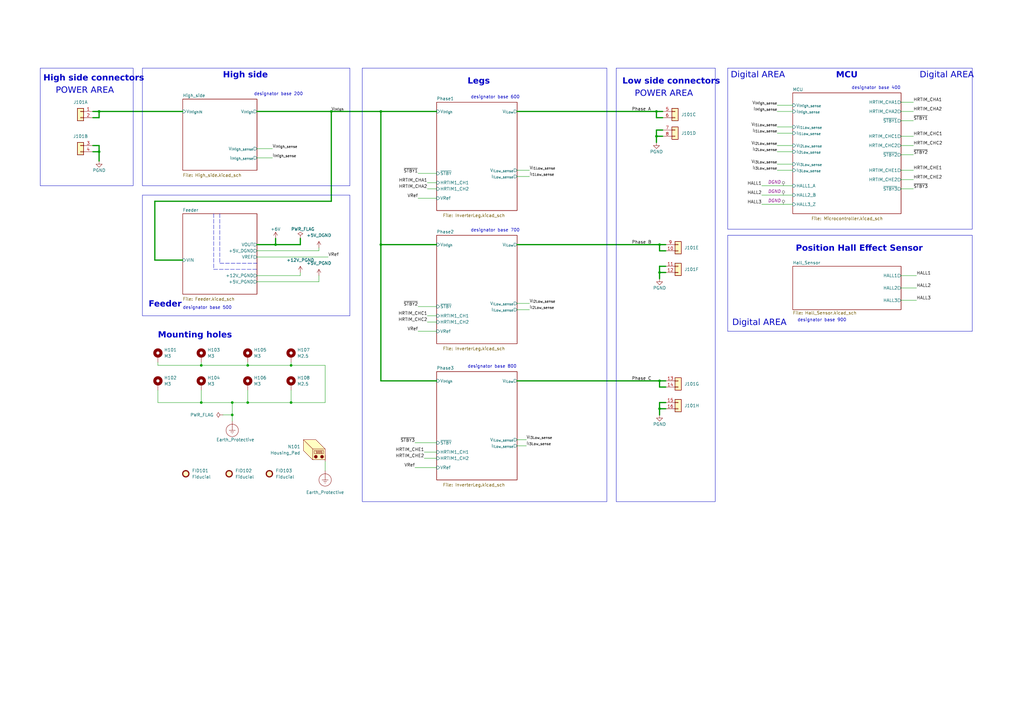
<source format=kicad_sch>
(kicad_sch (version 20231120) (generator "eeschema") (generator_version "8.0")
  (paper "A3")
  (title_block (title "OWNVERTER V0.1") (comment 1 "TWR"))
  (lib_symbols
    (symbol "Mechanical:Fiducial"
      (property "Reference" "FID" (at 0 5.08 0))
      (property "Value" "Fiducial" (at 0 3.175 0))
      (symbol "Fiducial_0_1"
        (circle (center 0 0) (radius 1.27) (stroke (width 0.508)) (fill (type background)))
      )
    )
    (symbol "Mechanical:Housing_Pad" (pin_numbers hide) (pin_names (offset 1.016) hide)
      (property "Reference" "N" (at 4.445 0 0))
      (property "Value" "Housing_Pad" (at 4.445 -1.905 0))
      (symbol "Housing_Pad_0_1"
        (rectangle (start -4.445 -0.635) (end -0.635 -1.905))
        (circle (center -3.81 -3.175) (radius 0.635) (fill (type outline)))
        (circle (center -1.27 -3.175) (radius 0.635) (fill (type outline)))
        (polyline (pts (xy -3.8862 -1.5748) (xy -3.8354 -1.3716)))
        (polyline (pts (xy -3.7846 -1.6764) (xy -3.429 -1.6764)))
        (polyline (pts (xy -3.7846 -1.2192) (xy -3.7338 -0.9652)))
        (polyline (pts (xy -3.683 -1.3208) (xy -3.3782 -1.3208)))
        (polyline (pts (xy -3.5814 -0.9144) (xy -3.2766 -0.9144)))
        (polyline (pts (xy -3.2766 -1.6256) (xy -3.2258 -1.3716)))
        (polyline (pts (xy -3.175 -1.2192) (xy -3.1242 -0.9652)))
        (polyline (pts (xy -2.9718 -1.5748) (xy -2.921 -1.3716)))
        (polyline (pts (xy -2.8702 -1.6764) (xy -2.5146 -1.6764)))
        (polyline (pts (xy -2.8702 -1.2192) (xy -2.8194 -0.9652)))
        (polyline (pts (xy -2.7686 -1.3208) (xy -2.4638 -1.3208)))
        (polyline (pts (xy -2.667 -0.9144) (xy -2.3622 -0.9144)))
        (polyline (pts (xy -2.3622 -1.6256) (xy -2.3114 -1.3716)))
        (polyline (pts (xy -2.2606 -1.2192) (xy -2.2098 -0.9652)))
        (polyline (pts (xy -2.0574 -1.5748) (xy -2.0066 -1.3716)))
        (polyline (pts (xy -1.9558 -1.6764) (xy -1.6002 -1.6764)))
        (polyline (pts (xy -1.9558 -1.2192) (xy -1.905 -0.9652)))
        (polyline (pts (xy -1.8542 -1.3208) (xy -1.5494 -1.3208)))
        (polyline (pts (xy -1.7526 -0.9144) (xy -1.4478 -0.9144)))
        (polyline (pts (xy -1.4478 -1.6256) (xy -1.397 -1.3716)))
        (polyline (pts (xy -1.3462 -1.2192) (xy -1.2954 -0.9652)))
        (polyline (pts (xy 0 0) (xy 0 -4.445)))
        (polyline (pts (xy -5.08 0) (xy 0 0) (xy 3.81 3.81)))
        (polyline (pts (xy -5.08 0) (xy -5.08 -4.445) (xy 0 -4.445) (xy 3.81 -0.635) (xy 3.81 3.81) (xy -1.27 3.81) (xy -5.08 0)) (fill (type background)))
      )
      (symbol "Housing_Pad_1_1"
        (pin input line (at -5.08 -5.08 90) (length 2.54) (name "PAD") (number "1"))
      )
    )
    (symbol "Mechanical:MountingHole_Pad" (pin_numbers hide) (pin_names (offset 1.016) hide)
      (property "Reference" "H" (at 0 6.35 0))
      (property "Value" "MountingHole_Pad" (at 0 4.445 0))
      (symbol "MountingHole_Pad_0_1"
        (circle (center 0 1.27) (radius 1.27) (stroke (width 1.27)))
      )
      (symbol "MountingHole_Pad_1_1"
        (pin input line (at 0 -2.54 90) (length 2.54) (name "1") (number "1"))
      )
    )
    (symbol "Symbols:+12V_PGND" (power) (in_bom no) (on_board no)
      (property "Value" "+12V_PGND" (at -0.127 3.81 0))
      (symbol "+12V_PGND_0_1"
        (polyline (pts (xy -0.762 1.27) (xy 0 2.54)))
        (polyline (pts (xy 0 0) (xy 0 2.54)))
        (polyline (pts (xy 0 2.54) (xy 0.762 1.27)))
      )
      (symbol "+12V_PGND_1_1"
        (pin power_in line (at 0 0 90) (length 0) hide (name "+12V_PGND") (number "1"))
      )
    )
    (symbol "Symbols:+5V_DGND" (power) (in_bom no) (on_board no)
      (property "Value" "+5V_DGND" (at -0.127 3.81 0))
      (symbol "+5V_DGND_0_1"
        (polyline (pts (xy -0.762 1.27) (xy 0 2.54)))
        (polyline (pts (xy 0 0) (xy 0 2.54)))
        (polyline (pts (xy 0 2.54) (xy 0.762 1.27)))
      )
      (symbol "+5V_DGND_1_1"
        (pin power_in line (at 0 0 90) (length 0) hide (name "+5V_DGND") (number "1"))
      )
    )
    (symbol "Symbols:+5V_PGND" (power) (in_bom no) (on_board no)
      (property "Value" "+5V_PGND" (at -0.127 3.81 0))
      (symbol "+5V_PGND_0_1"
        (polyline (pts (xy -0.762 1.27) (xy 0 2.54)))
        (polyline (pts (xy 0 0) (xy 0 2.54)))
        (polyline (pts (xy 0 2.54) (xy 0.762 1.27)))
      )
      (symbol "+5V_PGND_1_1"
        (pin power_in line (at 0 0 90) (length 0) hide (name "+5V_PGND") (number "1"))
      )
    )
    (symbol "Symbols:Harting 15 contacts and WAGO" (pin_names (offset 1.016) hide)
      (property "Reference" "J" (at 0 2.54 0))
      (symbol "Harting 15 contacts and WAGO_1_1"
        (rectangle (start -1.27 -2.413) (end 0 -2.667) (stroke (width 0.1524)))
        (rectangle (start -1.27 0.127) (end 0 -0.127) (stroke (width 0.1524)))
        (rectangle (start -1.27 1.27) (end 1.27 -3.81) (stroke (width 0.254)) (fill (type background)))
        (pin passive line (at -5.08 0 0) (length 3.81) (name "Pin_1") (number "1"))
        (pin passive line (at -5.08 -2.54 0) (length 3.81) (name "Pin_2") (number "2"))
      )
      (symbol "Harting 15 contacts and WAGO_2_1"
        (rectangle (start -1.27 -2.413) (end 0 -2.667) (stroke (width 0.1524)))
        (rectangle (start -1.27 0.127) (end 0 -0.127) (stroke (width 0.1524)))
        (rectangle (start -1.27 1.27) (end 1.27 -3.81) (stroke (width 0.254)) (fill (type background)))
        (pin passive line (at -5.08 0 0) (length 3.81) (name "Pin_1") (number "3"))
        (pin passive line (at -5.08 -2.54 0) (length 3.81) (name "Pin_2") (number "4"))
      )
      (symbol "Harting 15 contacts and WAGO_3_1"
        (rectangle (start -1.27 -2.413) (end 0 -2.667) (stroke (width 0.1524)))
        (rectangle (start -1.27 0.127) (end 0 -0.127) (stroke (width 0.1524)))
        (rectangle (start -1.27 1.27) (end 1.27 -3.81) (stroke (width 0.254)) (fill (type background)))
        (pin passive line (at -5.08 0 0) (length 3.81) (name "Pin_1") (number "5"))
        (pin passive line (at -5.08 -2.54 0) (length 3.81) (name "Pin_2") (number "6"))
      )
      (symbol "Harting 15 contacts and WAGO_4_1"
        (rectangle (start -1.27 -2.413) (end 0 -2.667) (stroke (width 0.1524)))
        (rectangle (start -1.27 0.127) (end 0 -0.127) (stroke (width 0.1524)))
        (rectangle (start -1.27 1.27) (end 1.27 -3.81) (stroke (width 0.254)) (fill (type background)))
        (pin passive line (at -5.08 0 0) (length 3.81) (name "Pin_1") (number "7"))
        (pin passive line (at -5.08 -2.54 0) (length 3.81) (name "Pin_2") (number "8"))
      )
      (symbol "Harting 15 contacts and WAGO_5_1"
        (rectangle (start -1.27 -2.413) (end 0 -2.667) (stroke (width 0.1524)))
        (rectangle (start -1.27 0.127) (end 0 -0.127) (stroke (width 0.1524)))
        (rectangle (start -1.27 1.27) (end 1.27 -3.81) (stroke (width 0.254)) (fill (type background)))
        (pin passive line (at -5.08 -2.54 0) (length 3.81) (name "Pin_2") (number "10"))
        (pin passive line (at -5.08 0 0) (length 3.81) (name "Pin_1") (number "9"))
      )
      (symbol "Harting 15 contacts and WAGO_6_1"
        (rectangle (start -1.27 -2.413) (end 0 -2.667) (stroke (width 0.1524)))
        (rectangle (start -1.27 0.127) (end 0 -0.127) (stroke (width 0.1524)))
        (rectangle (start -1.27 1.27) (end 1.27 -3.81) (stroke (width 0.254)) (fill (type background)))
        (pin passive line (at -5.08 0 0) (length 3.81) (name "Pin_1") (number "11"))
        (pin passive line (at -5.08 -2.54 0) (length 3.81) (name "Pin_2") (number "12"))
      )
      (symbol "Harting 15 contacts and WAGO_7_1"
        (rectangle (start -1.27 -2.413) (end 0 -2.667) (stroke (width 0.1524)))
        (rectangle (start -1.27 0.127) (end 0 -0.127) (stroke (width 0.1524)))
        (rectangle (start -1.27 1.27) (end 1.27 -3.81) (stroke (width 0.254)) (fill (type background)))
        (pin passive line (at -5.08 0 0) (length 3.81) (name "Pin_1") (number "13"))
        (pin passive line (at -5.08 -2.54 0) (length 3.81) (name "Pin_2") (number "14"))
      )
      (symbol "Harting 15 contacts and WAGO_8_1"
        (rectangle (start -1.27 -2.413) (end 0 -2.667) (stroke (width 0.1524)))
        (rectangle (start -1.27 0.127) (end 0 -0.127) (stroke (width 0.1524)))
        (rectangle (start -1.27 1.27) (end 1.27 -3.81) (stroke (width 0.254)) (fill (type background)))
        (pin passive line (at -5.08 0 0) (length 3.81) (name "Pin_1") (number "15"))
        (pin passive line (at -5.08 -2.54 0) (length 3.81) (name "Pin_2") (number "16"))
      )
    )
    (symbol "Symbols:PGND" (power) (pin_names (offset 0))
      (property "Value" "PGND" (at 0 -3.81 0))
      (symbol "PGND_0_1"
        (polyline (pts (xy 0 0) (xy 0 -1.27) (xy 1.27 -1.27) (xy 0 -2.54) (xy -1.27 -1.27) (xy 0 -1.27)))
      )
      (symbol "PGND_1_1"
        (pin power_in line (at 0 0 270) (length 0) hide (name "PGND") (number "1"))
      )
    )
    (symbol "power:+6V" (power) (pin_names (offset 0))
      (property "Value" "+6V" (at 0 3.556 0))
      (symbol "+6V_0_1"
        (polyline (pts (xy -0.762 1.27) (xy 0 2.54)))
        (polyline (pts (xy 0 0) (xy 0 2.54)))
        (polyline (pts (xy 0 2.54) (xy 0.762 1.27)))
      )
      (symbol "+6V_1_1"
        (pin power_in line (at 0 0 90) (length 0) hide (name "+6V") (number "1"))
      )
    )
    (symbol "power:Earth_Protective" (power) (pin_names (offset 0))
      (symbol "Earth_Protective_0_1"
        (circle (center 0 -3.81) (radius 2.54))
        (polyline (pts (xy -0.635 -4.445) (xy 0.635 -4.445)))
        (polyline (pts (xy -0.127 -5.08) (xy 0.127 -5.08)))
        (polyline (pts (xy 0 -3.81) (xy 0 0)))
        (polyline (pts (xy 1.27 -3.81) (xy -1.27 -3.81)))
      )
      (symbol "Earth_Protective_1_1"
        (pin power_in line (at 0 0 270) (length 0) hide (name "Earth_Protective") (number "1"))
      )
    )
    (symbol "power:PWR_FLAG" (power) (pin_numbers hide) (pin_names (offset 0) hide)
      (property "Value" "PWR_FLAG" (at 0 3.81 0))
      (symbol "PWR_FLAG_0_0"
        (pin power_out line (at 0 0 90) (length 0) (name "pwr") (number "1"))
      )
      (symbol "PWR_FLAG_0_1"
        (polyline (pts (xy 0 0) (xy 0 1.27) (xy -1.016 1.905) (xy 0 2.54) (xy 1.016 1.905) (xy 0 1.27)))
      )
    )
  )
  (junction (at 270.51 156.21))
  (junction (at 113.03 100.33))
  (junction (at 269.24 45.72))
  (junction (at 40.64 45.72))
  (junction (at 156.21 45.72))
  (junction (at 95.25 170.18))
  (junction (at 119.38 165.1))
  (junction (at 156.21 100.33))
  (junction (at 82.55 165.1))
  (junction (at 119.38 149.86))
  (junction (at 95.25 165.1))
  (junction (at 101.6 165.1))
  (junction (at 270.51 111.76))
  (junction (at 269.24 55.88))
  (junction (at 82.55 149.86))
  (junction (at 135.89 45.72))
  (junction (at 40.64 62.23))
  (junction (at 270.51 100.33))
  (junction (at 101.6 149.86))
  (junction (at 270.51 167.64))
  (wire (pts (xy 374.65 73.66) (xy 369.57 73.66)))
  (wire (pts (xy 273.05 111.76) (xy 270.51 111.76)) (stroke (width 0.5)))
  (wire (pts (xy 175.26 132.08) (xy 179.07 132.08)))
  (wire (pts (xy 271.78 53.34) (xy 269.24 53.34)) (stroke (width 0.5)))
  (wire (pts (xy 40.64 45.72) (xy 74.93 45.72)) (stroke (width 0.5)))
  (wire (pts (xy 273.05 158.75) (xy 270.51 158.75)) (stroke (width 0.5)))
  (wire (pts (xy 374.65 49.53) (xy 369.57 49.53)))
  (wire (pts (xy 269.24 53.34) (xy 269.24 55.88)) (stroke (width 0.5)))
  (wire (pts (xy 105.41 45.72) (xy 135.89 45.72)) (stroke (width 0.5)))
  (wire (pts (xy 38.1 62.23) (xy 40.64 62.23)) (stroke (width 0.5)))
  (wire (pts (xy 374.65 59.69) (xy 369.57 59.69)))
  (polyline (pts (xy 87.63 87.63) (xy 87.63 110.49)) (stroke (width 0) (type dash)))
  (wire (pts (xy 273.05 165.1) (xy 270.51 165.1)) (stroke (width 0.5)))
  (wire (pts (xy 374.65 69.85) (xy 369.57 69.85)))
  (wire (pts (xy 212.09 69.85) (xy 217.17 69.85)))
  (wire (pts (xy 82.55 148.59) (xy 82.55 149.86)))
  (wire (pts (xy 156.21 156.21) (xy 179.07 156.21)) (stroke (width 0.5)))
  (wire (pts (xy 318.77 45.72) (xy 325.12 45.72)))
  (wire (pts (xy 269.24 45.72) (xy 269.24 48.26)) (stroke (width 0.5)))
  (wire (pts (xy 318.77 69.85) (xy 325.12 69.85)))
  (wire (pts (xy 111.76 64.77) (xy 105.41 64.77)))
  (wire (pts (xy 369.57 113.03) (xy 375.92 113.03)))
  (wire (pts (xy 64.77 149.86) (xy 82.55 149.86)))
  (wire (pts (xy 369.57 123.19) (xy 375.92 123.19)))
  (wire (pts (xy 119.38 148.59) (xy 119.38 149.86)))
  (wire (pts (xy 269.24 58.42) (xy 269.24 55.88)) (stroke (width 0.5)))
  (wire (pts (xy 270.51 114.3) (xy 270.51 111.76)) (stroke (width 0.5)))
  (wire (pts (xy 95.25 165.1) (xy 95.25 170.18)))
  (wire (pts (xy 105.41 115.57) (xy 130.81 115.57)))
  (wire (pts (xy 170.18 191.77) (xy 179.07 191.77)))
  (wire (pts (xy 374.65 77.47) (xy 369.57 77.47)))
  (wire (pts (xy 38.1 48.26) (xy 40.64 48.26)) (stroke (width 0.5)))
  (wire (pts (xy 312.42 83.82) (xy 325.12 83.82)))
  (wire (pts (xy 105.41 102.87) (xy 130.81 102.87)))
  (wire (pts (xy 156.21 45.72) (xy 179.07 45.72)) (stroke (width 0.5)))
  (wire (pts (xy 91.44 170.18) (xy 95.25 170.18)))
  (wire (pts (xy 270.51 165.1) (xy 270.51 167.64)) (stroke (width 0.5)))
  (wire (pts (xy 173.99 187.96) (xy 179.07 187.96)))
  (polyline (pts (xy 90.17 107.95) (xy 105.41 107.95)) (stroke (width 0) (type dash)))
  (wire (pts (xy 156.21 45.72) (xy 156.21 100.33)) (stroke (width 0.5)))
  (wire (pts (xy 105.41 113.03) (xy 123.19 113.03)))
  (wire (pts (xy 374.65 55.88) (xy 369.57 55.88)))
  (wire (pts (xy 123.19 97.79) (xy 123.19 100.33)) (stroke (width 0.5)))
  (wire (pts (xy 269.24 45.72) (xy 271.78 45.72)) (stroke (width 0.5)))
  (wire (pts (xy 270.51 100.33) (xy 270.51 102.87)) (stroke (width 0.5)))
  (wire (pts (xy 171.45 135.89) (xy 179.07 135.89)))
  (wire (pts (xy 212.09 100.33) (xy 270.51 100.33)) (stroke (width 0.5)))
  (wire (pts (xy 135.89 82.55) (xy 135.89 45.72)) (stroke (width 0.5)))
  (wire (pts (xy 270.51 156.21) (xy 270.51 158.75)) (stroke (width 0.5)))
  (wire (pts (xy 101.6 149.86) (xy 119.38 149.86)))
  (wire (pts (xy 212.09 156.21) (xy 270.51 156.21)) (stroke (width 0.5)))
  (wire (pts (xy 369.57 118.11) (xy 375.92 118.11)))
  (wire (pts (xy 119.38 149.86) (xy 133.35 149.86)))
  (wire (pts (xy 173.99 185.42) (xy 179.07 185.42)))
  (wire (pts (xy 270.51 109.22) (xy 270.51 111.76)) (stroke (width 0.5)))
  (wire (pts (xy 38.1 45.72) (xy 40.64 45.72)) (stroke (width 0.5)))
  (wire (pts (xy 156.21 100.33) (xy 179.07 100.33)) (stroke (width 0.5)))
  (wire (pts (xy 312.42 80.01) (xy 325.12 80.01)))
  (wire (pts (xy 64.77 165.1) (xy 82.55 165.1)))
  (wire (pts (xy 270.51 156.21) (xy 273.05 156.21)) (stroke (width 0.5)))
  (wire (pts (xy 38.1 59.69) (xy 40.64 59.69)) (stroke (width 0.5)))
  (wire (pts (xy 119.38 165.1) (xy 133.35 165.1)))
  (wire (pts (xy 63.5 82.55) (xy 135.89 82.55)) (stroke (width 0.5)))
  (wire (pts (xy 212.09 127) (xy 217.17 127)))
  (wire (pts (xy 101.6 148.59) (xy 101.6 149.86)))
  (wire (pts (xy 82.55 149.86) (xy 101.6 149.86)))
  (wire (pts (xy 40.64 48.26) (xy 40.64 45.72)) (stroke (width 0.5)))
  (wire (pts (xy 171.45 81.28) (xy 179.07 81.28)))
  (wire (pts (xy 171.45 71.12) (xy 179.07 71.12)))
  (wire (pts (xy 318.77 59.69) (xy 325.12 59.69)))
  (wire (pts (xy 175.26 74.93) (xy 179.07 74.93)))
  (wire (pts (xy 156.21 100.33) (xy 156.21 156.21)) (stroke (width 0.5)))
  (wire (pts (xy 95.25 170.18) (xy 95.25 172.72)))
  (wire (pts (xy 374.65 45.72) (xy 369.57 45.72)))
  (wire (pts (xy 123.19 111.76) (xy 123.19 113.03)))
  (wire (pts (xy 130.81 101.6) (xy 130.81 102.87)))
  (wire (pts (xy 312.42 76.2) (xy 325.12 76.2)))
  (polyline (pts (xy 87.63 110.49) (xy 105.41 110.49)) (stroke (width 0) (type dash)))
  (wire (pts (xy 212.09 72.39) (xy 217.17 72.39)))
  (polyline (pts (xy 90.17 87.63) (xy 90.17 107.95)) (stroke (width 0) (type dash)))
  (wire (pts (xy 271.78 55.88) (xy 269.24 55.88)) (stroke (width 0.5)))
  (wire (pts (xy 374.65 41.91) (xy 369.57 41.91)))
  (wire (pts (xy 270.51 170.18) (xy 270.51 167.64)) (stroke (width 0.5)))
  (wire (pts (xy 135.89 45.72) (xy 156.21 45.72)) (stroke (width 0.5)))
  (wire (pts (xy 175.26 77.47) (xy 179.07 77.47)))
  (wire (pts (xy 130.81 113.03) (xy 130.81 115.57)))
  (wire (pts (xy 273.05 167.64) (xy 270.51 167.64)) (stroke (width 0.5)))
  (wire (pts (xy 318.77 43.18) (xy 325.12 43.18)))
  (wire (pts (xy 171.45 125.73) (xy 179.07 125.73)))
  (wire (pts (xy 113.03 100.33) (xy 123.19 100.33)) (stroke (width 0.5)))
  (wire (pts (xy 318.77 54.61) (xy 325.12 54.61)))
  (wire (pts (xy 119.38 160.02) (xy 119.38 165.1)))
  (wire (pts (xy 212.09 182.88) (xy 215.9 182.88)))
  (wire (pts (xy 113.03 97.79) (xy 113.03 100.33)) (stroke (width 0.5)))
  (wire (pts (xy 133.35 193.04) (xy 133.35 189.23)))
  (wire (pts (xy 101.6 160.02) (xy 101.6 165.1)))
  (wire (pts (xy 170.18 181.61) (xy 179.07 181.61)))
  (wire (pts (xy 273.05 102.87) (xy 270.51 102.87)) (stroke (width 0.5)))
  (wire (pts (xy 175.26 129.54) (xy 179.07 129.54)))
  (wire (pts (xy 101.6 165.1) (xy 119.38 165.1)))
  (wire (pts (xy 212.09 180.34) (xy 215.9 180.34)))
  (wire (pts (xy 95.25 165.1) (xy 101.6 165.1)))
  (wire (pts (xy 374.65 63.5) (xy 369.57 63.5)))
  (wire (pts (xy 318.77 52.07) (xy 325.12 52.07)))
  (wire (pts (xy 63.5 106.68) (xy 63.5 82.55)) (stroke (width 0.5)))
  (wire (pts (xy 318.77 67.31) (xy 325.12 67.31)))
  (wire (pts (xy 111.76 60.96) (xy 105.41 60.96)))
  (wire (pts (xy 82.55 160.02) (xy 82.55 165.1)))
  (wire (pts (xy 105.41 105.41) (xy 134.62 105.41)))
  (wire (pts (xy 64.77 148.59) (xy 64.77 149.86)))
  (wire (pts (xy 271.78 48.26) (xy 269.24 48.26)) (stroke (width 0.5)))
  (wire (pts (xy 212.09 45.72) (xy 269.24 45.72)) (stroke (width 0.5)))
  (wire (pts (xy 212.09 124.46) (xy 217.17 124.46)))
  (wire (pts (xy 64.77 160.02) (xy 64.77 165.1)))
  (wire (pts (xy 63.5 106.68) (xy 74.93 106.68)) (stroke (width 0.5)))
  (wire (pts (xy 40.64 59.69) (xy 40.64 62.23)) (stroke (width 0.5)))
  (wire (pts (xy 40.64 62.23) (xy 40.64 66.04)) (stroke (width 0.5)))
  (wire (pts (xy 273.05 109.22) (xy 270.51 109.22)) (stroke (width 0.5)))
  (wire (pts (xy 133.35 149.86) (xy 133.35 165.1)))
  (wire (pts (xy 270.51 100.33) (xy 273.05 100.33)) (stroke (width 0.5)))
  (wire (pts (xy 105.41 100.33) (xy 113.03 100.33)) (stroke (width 0.5)))
  (wire (pts (xy 82.55 165.1) (xy 95.25 165.1)))
  (wire (pts (xy 318.77 62.23) (xy 325.12 62.23)))
  (rectangle (start 58.42 27.94) (end 143.51 76.2))
  (rectangle (start 148.59 27.94) (end 248.92 205.74))
  (rectangle (start 16.51 27.94) (end 54.61 76.2))
  (rectangle (start 298.45 27.94) (end 398.78 93.98))
  (rectangle (start 298.45 96.52) (end 398.78 135.89))
  (rectangle (start 58.42 80.01) (end 143.51 129.54))
  (rectangle (start 252.73 27.94) (end 293.37 205.74))
  (text "MCU\n" (at 342.9 33.02 0) (effects (font (size 2.4892 2.4892) (thickness 0.4978) (bold yes)) (justify left bottom)))
  (text "Digital AREA\n" (at 300.355 134.62 0) (effects (font (size 2.54 2.54)) (justify left bottom)))
  (text "High side\n" (at 91.44 33.02 0) (effects (font (size 2.4892 2.4892) (thickness 0.4978) (bold yes)) (justify left bottom)))
  (text "designator base 600" (at 193.04 40.64 0) (effects (font (size 1.27 1.27)) (justify left bottom)))
  (text "designator base 700" (at 193.04 95.25 0) (effects (font (size 1.27 1.27)) (justify left bottom)))
  (text "Legs" (at 191.77 35.56 0) (effects (font (size 2.4892 2.4892) (thickness 0.4978) (bold yes)) (justify left bottom)))
  (text "Feeder" (at 60.96 127 0) (effects (font (size 2.4892 2.4892) (thickness 0.4978) (bold yes)) (justify left bottom)))
  (text "designator base 800" (at 191.77 151.13 0) (effects (font (size 1.27 1.27)) (justify left bottom)))
  (text "POWER AREA\n" (at 260.35 40.64 0) (effects (font (size 2.54 2.54)) (justify left bottom)))
  (text "designator base 200" (at 104.14 39.37 0) (effects (font (size 1.27 1.27)) (justify left bottom)))
  (text "Mounting holes" (at 64.77 139.7 0) (effects (font (size 2.4892 2.4892) (thickness 0.4978) (bold yes)) (justify left bottom)))
  (text "Position Hall Effect Sensor" (at 326.39 104.14 0) (effects (font (size 2.4892 2.4892) (thickness 0.4978) (bold yes)) (justify left bottom)))
  (text "designator base 400" (at 349.25 36.83 0) (effects (font (size 1.27 1.27)) (justify left bottom)))
  (text "designator base 900\n" (at 327.025 132.08 0) (effects (font (size 1.27 1.27)) (justify left bottom)))
  (text "High side connectors" (at 17.78 34.29 0) (effects (font (size 2.4892 2.4892) (thickness 0.4978) (bold yes)) (justify left bottom)))
  (text "Digital AREA\n" (at 377.19 33.02 0) (effects (font (size 2.54 2.54)) (justify left bottom)))
  (text "POWER AREA\n" (at 22.86 39.37 0) (effects (font (size 2.54 2.54)) (justify left bottom)))
  (text "designator base 500" (at 74.93 127 0) (effects (font (size 1.27 1.27)) (justify left bottom)))
  (text "Digital AREA\n" (at 299.72 33.02 0) (effects (font (size 2.54 2.54)) (justify left bottom)))
  (text "Low side connectors" (at 255.27 35.56 0) (effects (font (size 2.4892 2.4892) (thickness 0.4978) (bold yes)) (justify left bottom)))
  (label "HRTIM_CHC1" (at 175.26 129.54 180))
  (label "HRTIM_CHC2" (at 175.26 132.08 180))
  (label "V_{IHigh_sense}" (at 318.77 43.18 180))
  (label "~{STBY2}" (at 171.45 125.73 180))
  (label "V_{I2Low_sense}" (at 318.77 59.69 180))
  (label "V_{I2Low_sense}" (at 217.17 124.46 0))
  (label "HRTIM_CHE1" (at 374.65 69.85 0))
  (label "V_{I1Low_sense}" (at 217.17 69.85 0))
  (label "Phase B" (at 259.08 100.33 0))
  (label "~{STBY2}" (at 374.65 63.5 0))
  (label "VRef" (at 171.45 81.28 180))
  (label "HALL2" (at 312.42 80.01 180))
  (label "~{STBY3}" (at 374.65 77.47 0))
  (label "HALL3" (at 312.42 83.82 180))
  (label "I_{I3Low_sense}" (at 318.77 69.85 180))
  (label "I_{I2Low_sense}" (at 318.77 62.23 180))
  (label "HRTIM_CHA2" (at 374.65 45.72 0))
  (label "HALL3" (at 375.92 123.19 0))
  (label "I_{I1Low_sense}" (at 217.17 72.39 0))
  (label "Phase C" (at 259.08 156.21 0))
  (label "HALL1" (at 312.42 76.2 180))
  (label "~{STBY1}" (at 171.45 71.12 180))
  (label "HRTIM_CHE1" (at 173.99 185.42 180))
  (label "I_{I2Low_sense}" (at 217.17 127 0))
  (label "V_{IHigh_sense}" (at 111.76 60.96 0))
  (label "~{STBY3}" (at 170.18 181.61 180))
  (label "HRTIM_CHE2" (at 173.99 187.96 180))
  (label "I_{I1Low_sense}" (at 318.77 54.61 180))
  (label "HRTIM_CHC2" (at 374.65 59.69 0))
  (label "HRTIM_CHE2" (at 374.65 73.66 0))
  (label "V_{I1Low_sense}" (at 318.77 52.07 180))
  (label "VRef" (at 171.45 135.89 180))
  (label "V_{IHigh}" (at 135.89 45.72 0))
  (label "HALL1" (at 375.92 113.03 0))
  (label "Phase A" (at 259.08 45.72 0))
  (label "V_{I3Low_sense}" (at 318.77 67.31 180))
  (label "HRTIM_CHA1" (at 374.65 41.91 0))
  (label "HALL2" (at 375.92 118.11 0))
  (label "HRTIM_CHA2" (at 175.26 77.47 180))
  (label "VRef" (at 170.18 191.77 180))
  (label "VRef" (at 134.62 105.41 0))
  (label "HRTIM_CHC1" (at 374.65 55.88 0))
  (label "I_{IHigh_sense}" (at 111.76 64.77 0))
  (label "I_{IHigh_sense}" (at 318.77 45.72 180))
  (label "~{STBY1}" (at 374.65 49.53 0))
  (label "I_{I3Low_sense}" (at 215.9 182.88 0))
  (label "V_{I3Low_sense}" (at 215.9 180.34 0))
  (label "HRTIM_CHA1" (at 175.26 74.93 180))
  (netclass_flag "" (length 1.27) (shape round) (at 321.31 80.01 0) (property "Netclass" "DGND" (at 314.96 78.486 0) (effects (font (italic yes)) (justify left))))
  (netclass_flag "" (length 1.27) (shape round) (at 321.31 83.82 0) (property "Netclass" "DGND" (at 314.96 82.296 0) (effects (font (italic yes)) (justify left))))
  (netclass_flag "" (length 1.27) (shape round) (at 321.31 76.2 0) (property "Netclass" "DGND" (at 314.96 74.676 0) (effects (font (italic yes)) (justify left))))
  (symbol (lib_id "Symbols:Harting 15 contacts and WAGO") (at 278.13 100.33 0) (unit 5)
    (property "Reference" "J101" (at 280.67 101.6 0) (effects (justify left)))
    (property "Value" "Harting-15 and Wago 6" (effects (hide yes)))
    (property "Footprint" "Footprints:Harting - 15contacts and Wago" (effects (hide yes)))
  )
  (symbol (lib_id "Mechanical:MountingHole_Pad") (at 101.6 157.48 0) (unit 1)
    (property "Reference" "H106" (at 104.14 154.94 0) (effects (justify left)))
    (property "Value" "M3" (at 104.14 157.48 0) (effects (justify left)))
    (property "Footprint" "MountingHole:MountingHole_3.2mm_M3_DIN965_Pad_TopOnly" (effects (hide yes)))
    (property "DNP" "x" (effects (hide yes)))
  )
  (symbol (lib_id "Mechanical:MountingHole_Pad") (at 64.77 157.48 0) (unit 1)
    (property "Reference" "H102" (at 67.31 154.94 0) (effects (justify left)))
    (property "Value" "M3" (at 67.31 157.48 0) (effects (justify left)))
    (property "Footprint" "MountingHole:MountingHole_3.2mm_M3_DIN965_Pad_TopOnly" (effects (hide yes)))
    (property "DNP" "x" (effects (hide yes)))
  )
  (symbol (lib_id "Mechanical:MountingHole_Pad") (at 119.38 146.05 0) (unit 1)
    (property "Reference" "H107" (at 121.92 143.51 0) (effects (justify left)))
    (property "Value" "M2.5" (at 121.92 146.05 0) (effects (justify left)))
    (property "Footprint" "MountingHole:MountingHole_2.7mm_M2.5_DIN965_Pad_TopOnly" (effects (hide yes)))
    (property "DNP" "x" (effects (hide yes)))
  )
  (symbol (lib_id "Symbols:+12V_PGND") (at 123.19 111.76 0) (unit 1) (in_bom no) (on_board no)
    (property "Reference" "#PWR0107" (effects (hide yes)))
    (property "Value" "+12V_PGND" (at 123.19 106.68 0))
  )
  (symbol (lib_id "Symbols:PGND") (at 270.51 170.18 0) (mirror y) (unit 1)
    (property "Reference" "#PWR0110" (effects (hide yes)))
    (property "Value" "PGND" (at 270.51 173.99 0))
  )
  (symbol (lib_id "Symbols:PGND") (at 270.51 114.3 0) (mirror y) (unit 1)
    (property "Reference" "#PWR0109" (effects (hide yes)))
    (property "Value" "PGND" (at 270.51 118.11 0))
  )
  (symbol (lib_id "Symbols:Harting 15 contacts and WAGO") (at 278.13 109.22 0) (unit 6)
    (property "Reference" "J101" (at 280.67 110.49 0) (effects (justify left)))
    (property "Value" "Harting-15 and Wago 6" (effects (hide yes)))
    (property "Footprint" "Footprints:Harting - 15contacts and Wago" (effects (hide yes)))
  )
  (symbol (lib_id "Symbols:Harting 15 contacts and WAGO") (at 276.86 53.34 0) (unit 4)
    (property "Reference" "J101" (at 279.4 54.61 0) (effects (justify left)))
    (property "Value" "Harting-15 and Wago 6" (effects (hide yes)))
    (property "Footprint" "Footprints:Harting - 15contacts and Wago" (effects (hide yes)))
  )
  (symbol (lib_id "power:+6V") (at 113.03 97.79 0) (mirror y) (unit 1)
    (property "Reference" "#PWR0103" (effects (hide yes)))
    (property "Value" "+6V" (at 113.03 93.98 0))
  )
  (symbol (lib_id "Symbols:Harting 15 contacts and WAGO") (at 33.02 45.72 0) (mirror y) (unit 1)
    (property "Reference" "J101" (at 33.02 41.91 0))
    (property "Value" "Harting-15 and Wago 6" (effects (hide yes)))
    (property "Footprint" "Footprints:Harting - 15contacts and Wago" (effects (hide yes)))
  )
  (symbol (lib_id "Mechanical:MountingHole_Pad") (at 82.55 146.05 0) (unit 1)
    (property "Reference" "H103" (at 85.09 143.51 0) (effects (justify left)))
    (property "Value" "M3" (at 85.09 146.05 0) (effects (justify left)))
    (property "Footprint" "MountingHole:MountingHole_3.2mm_M3_DIN965_Pad_TopOnly" (effects (hide yes)))
    (property "DNP" "x" (effects (hide yes)))
  )
  (symbol (lib_id "Mechanical:Fiducial") (at 110.49 194.31 0) (unit 1)
    (property "Reference" "FID103" (at 113.03 193.04 0) (effects (justify left)))
    (property "Value" "Fiducial" (at 113.03 195.58 0) (effects (justify left)))
    (property "Footprint" "Fiducial:Fiducial_0.75mm_Mask1.5mm" (effects (hide yes)))
    (property "Description" "Fiducial Marker" (effects (hide yes)))
  )
  (symbol (lib_id "power:Earth_Protective") (at 133.35 193.04 0) (mirror y) (unit 1)
    (property "Reference" "#PWR0106" (effects (hide yes)))
    (property "Value" "Earth_Protective" (at 133.35 201.93 0))
  )
  (symbol (lib_id "power:PWR_FLAG") (at 123.19 97.79 0) (unit 1)
    (property "Reference" "#FLG0102" (effects (hide yes)))
    (property "Value" "PWR_FLAG" (at 119.38 93.98 0) (effects (justify left)))
  )
  (symbol (lib_id "Symbols:PGND") (at 269.24 58.42 0) (mirror y) (unit 1)
    (property "Reference" "#PWR0108" (effects (hide yes)))
    (property "Value" "PGND" (at 269.24 62.23 0))
  )
  (symbol (lib_id "Mechanical:MountingHole_Pad") (at 82.55 157.48 0) (unit 1)
    (property "Reference" "H104" (at 85.09 154.94 0) (effects (justify left)))
    (property "Value" "M3" (at 85.09 157.48 0) (effects (justify left)))
    (property "Footprint" "MountingHole:MountingHole_3.2mm_M3_DIN965_Pad_TopOnly" (effects (hide yes)))
    (property "DNP" "x" (effects (hide yes)))
  )
  (symbol (lib_id "Symbols:Harting 15 contacts and WAGO") (at 278.13 156.21 0) (unit 7)
    (property "Reference" "J101" (at 280.67 157.48 0) (effects (justify left)))
    (property "Value" "Harting-15 and Wago 6" (effects (hide yes)))
    (property "Footprint" "Footprints:Harting - 15contacts and Wago" (effects (hide yes)))
  )
  (symbol (lib_id "Mechanical:Fiducial") (at 76.2 194.31 0) (unit 1)
    (property "Reference" "FID101" (at 78.74 193.04 0) (effects (justify left)))
    (property "Value" "Fiducial" (at 78.74 195.58 0) (effects (justify left)))
    (property "Footprint" "Fiducial:Fiducial_0.75mm_Mask1.5mm" (effects (hide yes)))
    (property "Description" "Fiducial Marker" (effects (hide yes)))
  )
  (symbol (lib_id "Mechanical:MountingHole_Pad") (at 119.38 157.48 0) (unit 1)
    (property "Reference" "H108" (at 121.92 154.94 0) (effects (justify left)))
    (property "Value" "M2.5" (at 121.92 157.48 0) (effects (justify left)))
    (property "Footprint" "MountingHole:MountingHole_2.7mm_M2.5_ISO7380_Pad_TopOnly" (effects (hide yes)))
    (property "DNP" "x" (effects (hide yes)))
  )
  (symbol (lib_id "Symbols:Harting 15 contacts and WAGO") (at 278.13 165.1 0) (unit 8)
    (property "Reference" "J101" (at 280.67 166.37 0) (effects (justify left)))
    (property "Value" "Harting-15 and Wago 6" (effects (hide yes)))
    (property "Footprint" "Footprints:Harting - 15contacts and Wago" (effects (hide yes)))
  )
  (symbol (lib_id "Symbols:Harting 15 contacts and WAGO") (at 276.86 45.72 0) (unit 3)
    (property "Reference" "J101" (at 279.4 46.99 0) (effects (justify left)))
    (property "Value" "Harting-15 and Wago 6" (effects (hide yes)))
    (property "Footprint" "Footprints:Harting - 15contacts and Wago" (effects (hide yes)))
  )
  (symbol (lib_id "Symbols:Harting 15 contacts and WAGO") (at 33.02 59.69 0) (mirror y) (unit 2)
    (property "Reference" "J101" (at 33.02 55.88 0))
    (property "Value" "Harting-15 and Wago 6" (effects (hide yes)))
    (property "Footprint" "Footprints:Harting - 15contacts and Wago" (effects (hide yes)))
  )
  (symbol (lib_id "Mechanical:MountingHole_Pad") (at 64.77 146.05 0) (unit 1)
    (property "Reference" "H101" (at 67.31 143.51 0) (effects (justify left)))
    (property "Value" "M3" (at 67.31 146.05 0) (effects (justify left)))
    (property "Footprint" "MountingHole:MountingHole_3.2mm_M3_DIN965_Pad_TopOnly" (effects (hide yes)))
    (property "DNP" "x" (effects (hide yes)))
  )
  (symbol (lib_id "Mechanical:Housing_Pad") (at 128.27 184.15 0) (mirror y) (unit 1)
    (property "Reference" "N101" (at 123.19 183.1974 0) (effects (justify left)))
    (property "Value" "Housing_Pad" (at 123.19 185.7374 0) (effects (justify left)))
    (property "Footprint" "Footprints:Guard_ring" (effects (hide yes)))
    (property "DNP" "x" (effects (hide yes)))
  )
  (symbol (lib_id "power:Earth_Protective") (at 95.25 172.72 0) (unit 1)
    (property "Reference" "#PWR0102" (effects (hide yes)))
    (property "Value" "Earth_Protective" (at 96.52 180.34 0))
  )
  (symbol (lib_id "Mechanical:Fiducial") (at 93.98 194.31 0) (unit 1)
    (property "Reference" "FID102" (at 96.52 193.04 0) (effects (justify left)))
    (property "Value" "Fiducial" (at 96.52 195.58 0) (effects (justify left)))
    (property "Footprint" "Fiducial:Fiducial_0.75mm_Mask1.5mm" (effects (hide yes)))
    (property "Description" "Fiducial Marker" (effects (hide yes)))
  )
  (symbol (lib_id "Symbols:+5V_DGND") (at 130.81 101.6 0) (unit 1) (in_bom no) (on_board no)
    (property "Reference" "#PWR0104" (effects (hide yes)))
    (property "Value" "+5V_DGND" (at 130.81 96.52 0))
  )
  (symbol (lib_id "Symbols:PGND") (at 40.64 66.04 0) (mirror y) (unit 1)
    (property "Reference" "#PWR0101" (effects (hide yes)))
    (property "Value" "PGND" (at 40.64 69.85 0))
  )
  (symbol (lib_id "Symbols:+5V_PGND") (at 130.81 113.03 0) (unit 1) (in_bom no) (on_board no)
    (property "Reference" "#PWR0105" (effects (hide yes)))
    (property "Value" "+5V_PGND" (at 130.81 107.95 0))
  )
  (symbol (lib_id "power:PWR_FLAG") (at 91.44 170.18 90) (unit 1)
    (property "Reference" "#FLG0101" (effects (hide yes)))
    (property "Value" "PWR_FLAG" (at 87.63 170.18 90) (effects (justify left)))
  )
  (symbol (lib_id "Mechanical:MountingHole_Pad") (at 101.6 146.05 0) (unit 1)
    (property "Reference" "H105" (at 104.14 143.51 0) (effects (justify left)))
    (property "Value" "M3" (at 104.14 146.05 0) (effects (justify left)))
    (property "Footprint" "MountingHole:MountingHole_3.2mm_M3_DIN965_Pad_TopOnly" (effects (hide yes)))
    (property "DNP" "x" (effects (hide yes)))
  )
  (sheet (at 325.12 109.22) (size 44.45 17.78) (stroke (width 0.1524))
    (property "Sheetname" "Hall_Sensor" (at 325.12 108.5084 0) (effects (justify left bottom)))
    (property "Sheetfile" "Hall_Sensor.kicad_sch" (at 325.12 127.5846 0) (effects (justify left top)))
    (pin "HALL3" output (at 369.57 123.19 0))
    (pin "HALL2" output (at 369.57 118.11 0))
    (pin "HALL1" output (at 369.57 113.03 0))
  )
  (sheet (at 325.12 38.1) (size 44.45 49.53) (stroke (width 0.1524))
    (property "Sheetname" "MCU" (at 325.12 37.465 0) (effects (justify left bottom)))
    (property "Sheetfile" "Microcontroller.kicad_sch" (at 332.74 88.9 0) (effects (justify left top)))
    (pin "HRTIM_CHC2" output (at 369.57 59.69 0))
    (pin "HRTIM_CHC1" output (at 369.57 55.88 0))
    (pin "~{STBY1}" output (at 369.57 49.53 0))
    (pin "~{STBY3}" output (at 369.57 77.47 0))
    (pin "~{STBY2}" output (at 369.57 63.5 0))
    (pin "HRTIM_CHA1" output (at 369.57 41.91 0))
    (pin "HRTIM_CHA2" output (at 369.57 45.72 0))
    (pin "V_{IHigh_sense}" input (at 325.12 43.18 180))
    (pin "I_{IHigh_sense}" input (at 325.12 45.72 180))
    (pin "HRTIM_CHE1" output (at 369.57 69.85 0))
    (pin "HRTIM_CHE2" output (at 369.57 73.66 0))
    (pin "V_{I1Low_sense}" input (at 325.12 52.07 180))
    (pin "I_{I1Low_sense}" input (at 325.12 54.61 180))
    (pin "V_{I2Low_sense}" input (at 325.12 59.69 180))
    (pin "I_{I2Low_sense}" input (at 325.12 62.23 180))
    (pin "I_{I3Low_sense}" input (at 325.12 69.85 180))
    (pin "V_{I3Low_sense}" input (at 325.12 67.31 180))
    (pin "HALL1_A" input (at 325.12 76.2 180))
    (pin "HALL2_B" input (at 325.12 80.01 180))
    (pin "HALL3_Z" input (at 325.12 83.82 180))
  )
  (sheet (at 179.07 96.52) (size 33.02 44.45) (stroke (width 0.1524))
    (property "Sheetname" "Phase2" (at 179.07 95.8084 0) (effects (justify left bottom)))
    (property "Sheetfile" "InverterLeg.kicad_sch" (at 181.61 142.24 0) (effects (justify left top)))
    (pin "~{STBY}" input (at 179.07 125.73 180))
    (pin "V_{IHigh}" input (at 179.07 100.33 180))
    (pin "V_{ILow}" output (at 212.09 100.33 0))
    (pin "V_{ILow_sense}" output (at 212.09 124.46 0))
    (pin "VRef" input (at 179.07 135.89 180))
    (pin "I_{ILow_sense}" output (at 212.09 127 0))
    (pin "HRTIM1_CH1" input (at 179.07 129.54 180))
    (pin "HRTIM1_CH2" input (at 179.07 132.08 180))
  )
  (sheet (at 179.07 41.91) (size 33.02 44.45) (stroke (width 0.1524))
    (property "Sheetname" "Phase1" (at 179.07 41.1984 0) (effects (justify left bottom)))
    (property "Sheetfile" "InverterLeg.kicad_sch" (at 181.61 87.63 0) (effects (justify left top)))
    (pin "~{STBY}" input (at 179.07 71.12 180))
    (pin "V_{IHigh}" input (at 179.07 45.72 180))
    (pin "V_{ILow}" output (at 212.09 45.72 0))
    (pin "V_{ILow_sense}" output (at 212.09 69.85 0))
    (pin "VRef" input (at 179.07 81.28 180))
    (pin "I_{ILow_sense}" output (at 212.09 72.39 0))
    (pin "HRTIM1_CH1" input (at 179.07 74.93 180))
    (pin "HRTIM1_CH2" input (at 179.07 77.47 180))
  )
  (sheet (at 179.07 152.4) (size 33.02 44.45) (stroke (width 0.1524))
    (property "Sheetname" "Phase3" (at 179.07 151.6884 0) (effects (justify left bottom)))
    (property "Sheetfile" "InverterLeg.kicad_sch" (at 181.61 198.12 0) (effects (justify left top)))
    (pin "~{STBY}" input (at 179.07 181.61 180))
    (pin "V_{IHigh}" input (at 179.07 156.21 180))
    (pin "V_{ILow}" output (at 212.09 156.21 0))
    (pin "V_{ILow_sense}" output (at 212.09 180.34 0))
    (pin "VRef" input (at 179.07 191.77 180))
    (pin "I_{ILow_sense}" output (at 212.09 182.88 0))
    (pin "HRTIM1_CH1" input (at 179.07 185.42 180))
    (pin "HRTIM1_CH2" input (at 179.07 187.96 180))
  )
  (sheet (at 74.93 87.63) (size 30.48 33.02) (stroke (width 0.1524))
    (property "Sheetname" "Feeder" (at 74.93 86.9184 0) (effects (justify left bottom)))
    (property "Sheetfile" "Feeder.kicad_sch" (at 74.93 121.92 0) (effects (justify left top)))
    (pin "VIN" input (at 74.93 106.68 180))
    (pin "VOUT" output (at 105.41 100.33 0))
    (pin "+5V_DGND" output (at 105.41 102.87 0))
    (pin "VREF" output (at 105.41 105.41 0))
    (pin "+5V_PGND" output (at 105.41 115.57 0))
    (pin "+12V_PGND" output (at 105.41 113.03 0))
  )
  (sheet (at 74.93 40.64) (size 30.48 29.21) (stroke (width 0.1524))
    (property "Sheetname" "High_side" (at 74.93 39.9284 0) (effects (justify left bottom)))
    (property "Sheetfile" "High_side.kicad_sch" (at 74.93 71.12 0) (effects (justify left top)))
    (pin "V_{IHighIN}" input (at 74.93 45.72 180))
    (pin "V_{IHigh}" output (at 105.41 45.72 0))
    (pin "V_{IHigh_sense}" output (at 105.41 60.96 0))
    (pin "I_{IHigh_sense}" output (at 105.41 64.77 0))
  )
)
</source>
